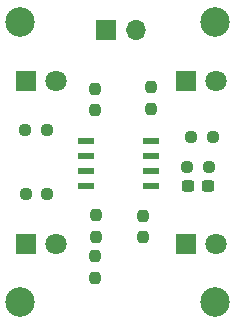
<source format=gbr>
%TF.GenerationSoftware,KiCad,Pcbnew,8.0.1*%
%TF.CreationDate,2025-01-22T19:50:13-07:00*%
%TF.ProjectId,ColorSensing,436f6c6f-7253-4656-9e73-696e672e6b69,rev?*%
%TF.SameCoordinates,Original*%
%TF.FileFunction,Soldermask,Top*%
%TF.FilePolarity,Negative*%
%FSLAX46Y46*%
G04 Gerber Fmt 4.6, Leading zero omitted, Abs format (unit mm)*
G04 Created by KiCad (PCBNEW 8.0.1) date 2025-01-22 19:50:13*
%MOMM*%
%LPD*%
G01*
G04 APERTURE LIST*
G04 Aperture macros list*
%AMRoundRect*
0 Rectangle with rounded corners*
0 $1 Rounding radius*
0 $2 $3 $4 $5 $6 $7 $8 $9 X,Y pos of 4 corners*
0 Add a 4 corners polygon primitive as box body*
4,1,4,$2,$3,$4,$5,$6,$7,$8,$9,$2,$3,0*
0 Add four circle primitives for the rounded corners*
1,1,$1+$1,$2,$3*
1,1,$1+$1,$4,$5*
1,1,$1+$1,$6,$7*
1,1,$1+$1,$8,$9*
0 Add four rect primitives between the rounded corners*
20,1,$1+$1,$2,$3,$4,$5,0*
20,1,$1+$1,$4,$5,$6,$7,0*
20,1,$1+$1,$6,$7,$8,$9,0*
20,1,$1+$1,$8,$9,$2,$3,0*%
G04 Aperture macros list end*
%ADD10C,2.500000*%
%ADD11RoundRect,0.237500X0.300000X0.237500X-0.300000X0.237500X-0.300000X-0.237500X0.300000X-0.237500X0*%
%ADD12RoundRect,0.237500X-0.250000X-0.237500X0.250000X-0.237500X0.250000X0.237500X-0.250000X0.237500X0*%
%ADD13R,1.460500X0.558800*%
%ADD14RoundRect,0.237500X0.237500X-0.250000X0.237500X0.250000X-0.237500X0.250000X-0.237500X-0.250000X0*%
%ADD15R,1.800000X1.800000*%
%ADD16C,1.800000*%
%ADD17RoundRect,0.237500X0.250000X0.237500X-0.250000X0.237500X-0.250000X-0.237500X0.250000X-0.237500X0*%
%ADD18R,1.700000X1.700000*%
%ADD19O,1.700000X1.700000*%
G04 APERTURE END LIST*
D10*
%TO.C,H4*%
X135000000Y-93640000D03*
%TD*%
%TO.C,H3*%
X118500000Y-93640000D03*
%TD*%
%TO.C,H2*%
X135000000Y-70000000D03*
%TD*%
%TO.C,H1*%
X118500000Y-70000000D03*
%TD*%
D11*
%TO.C,C3*%
X134420000Y-83870000D03*
X132695000Y-83870000D03*
%TD*%
D12*
%TO.C,R5*%
X132635000Y-82240000D03*
X134460000Y-82240000D03*
%TD*%
%TO.C,R1*%
X118905000Y-79090000D03*
X120730000Y-79090000D03*
%TD*%
D13*
%TO.C,U1*%
X124091700Y-80040000D03*
X124091700Y-81310000D03*
X124091700Y-82580000D03*
X124091700Y-83850000D03*
X129540000Y-83850000D03*
X129540000Y-82580000D03*
X129540000Y-81310000D03*
X129540000Y-80040000D03*
%TD*%
D12*
%TO.C,R3*%
X132985000Y-79670000D03*
X134810000Y-79670000D03*
%TD*%
D14*
%TO.C,RL2*%
X129530000Y-77310000D03*
X129530000Y-75485000D03*
%TD*%
%TO.C,RL1*%
X124810000Y-77435000D03*
X124810000Y-75610000D03*
%TD*%
%TO.C,RL3*%
X124930000Y-88160000D03*
X124930000Y-86335000D03*
%TD*%
D15*
%TO.C,D4*%
X132500000Y-88780000D03*
D16*
X135040000Y-88780000D03*
%TD*%
D17*
%TO.C,R6*%
X120760000Y-84540000D03*
X118935000Y-84540000D03*
%TD*%
D15*
%TO.C,D1*%
X119000000Y-75000000D03*
D16*
X121540000Y-75000000D03*
%TD*%
D15*
%TO.C,D3*%
X119000000Y-88780000D03*
D16*
X121540000Y-88780000D03*
%TD*%
D14*
%TO.C,R7*%
X124830000Y-91635000D03*
X124830000Y-89810000D03*
%TD*%
%TO.C,RL4*%
X128890000Y-88200000D03*
X128890000Y-86375000D03*
%TD*%
D15*
%TO.C,D2*%
X132500000Y-75000000D03*
D16*
X135040000Y-75000000D03*
%TD*%
D18*
%TO.C,J1*%
X125750000Y-70680000D03*
D19*
X128290000Y-70680000D03*
%TD*%
M02*

</source>
